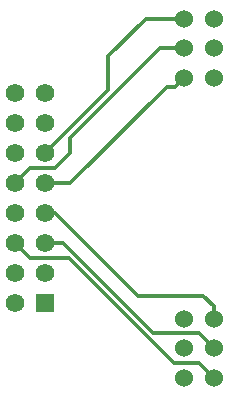
<source format=gbr>
G04 #@! TF.GenerationSoftware,KiCad,Pcbnew,(5.0.1)-3*
G04 #@! TF.CreationDate,2018-12-07T17:19:34-08:00*
G04 #@! TF.ProjectId,500-1088,3530302D313038382E6B696361645F70,rev?*
G04 #@! TF.SameCoordinates,Original*
G04 #@! TF.FileFunction,Copper,L2,Bot,Signal*
G04 #@! TF.FilePolarity,Positive*
%FSLAX46Y46*%
G04 Gerber Fmt 4.6, Leading zero omitted, Abs format (unit mm)*
G04 Created by KiCad (PCBNEW (5.0.1)-3) date 12/7/2018 5:19:34 PM*
%MOMM*%
%LPD*%
G01*
G04 APERTURE LIST*
G04 #@! TA.AperFunction,ComponentPad*
%ADD10C,1.524000*%
G04 #@! TD*
G04 #@! TA.AperFunction,ComponentPad*
%ADD11R,1.574800X1.574800*%
G04 #@! TD*
G04 #@! TA.AperFunction,ComponentPad*
%ADD12C,1.574800*%
G04 #@! TD*
G04 #@! TA.AperFunction,Conductor*
%ADD13C,0.304800*%
G04 #@! TD*
G04 APERTURE END LIST*
D10*
G04 #@! TO.P,R1,2*
G04 #@! TO.N,Net-(P1-Pad5)*
X114380000Y-116840000D03*
G04 #@! TO.P,R1,3*
G04 #@! TO.N,Net-(P1-Pad7)*
X114380000Y-114340000D03*
G04 #@! TO.P,R1,1*
G04 #@! TO.N,Net-(P1-Pad6)*
X114380000Y-119340000D03*
G04 #@! TO.P,R1,4*
G04 #@! TO.N,Net-(P1-Pad2)*
X111880000Y-119340000D03*
G04 #@! TO.P,R1,5*
G04 #@! TO.N,Net-(P1-Pad1)*
X111880000Y-116840000D03*
G04 #@! TO.P,R1,6*
G04 #@! TO.N,Net-(P1-Pad3)*
X111880000Y-114340000D03*
G04 #@! TD*
G04 #@! TO.P,R2,2*
G04 #@! TO.N,Net-(P1-Pad13)*
X114380000Y-91440000D03*
G04 #@! TO.P,R2,3*
G04 #@! TO.N,Net-(P1-Pad15)*
X114380000Y-88940000D03*
G04 #@! TO.P,R2,1*
G04 #@! TO.N,Net-(P1-Pad14)*
X114380000Y-93940000D03*
G04 #@! TO.P,R2,4*
G04 #@! TO.N,Net-(P1-Pad9)*
X111880000Y-93940000D03*
G04 #@! TO.P,R2,5*
G04 #@! TO.N,Net-(P1-Pad10)*
X111880000Y-91440000D03*
G04 #@! TO.P,R2,6*
G04 #@! TO.N,Net-(P1-Pad11)*
X111880000Y-88940000D03*
G04 #@! TD*
D11*
G04 #@! TO.P,P1,1*
G04 #@! TO.N,Net-(P1-Pad1)*
X100076000Y-113030000D03*
D12*
G04 #@! TO.P,P1,2*
G04 #@! TO.N,Net-(P1-Pad2)*
X97536000Y-113030000D03*
G04 #@! TO.P,P1,3*
G04 #@! TO.N,Net-(P1-Pad3)*
X100076000Y-110490000D03*
G04 #@! TO.P,P1,4*
G04 #@! TO.N,N/C*
X97536000Y-110490000D03*
G04 #@! TO.P,P1,5*
G04 #@! TO.N,Net-(P1-Pad5)*
X100076000Y-107950000D03*
G04 #@! TO.P,P1,6*
G04 #@! TO.N,Net-(P1-Pad6)*
X97536000Y-107950000D03*
G04 #@! TO.P,P1,7*
G04 #@! TO.N,Net-(P1-Pad7)*
X100076000Y-105410000D03*
G04 #@! TO.P,P1,8*
G04 #@! TO.N,N/C*
X97536000Y-105410000D03*
G04 #@! TO.P,P1,9*
G04 #@! TO.N,Net-(P1-Pad9)*
X100076000Y-102870000D03*
G04 #@! TO.P,P1,10*
G04 #@! TO.N,Net-(P1-Pad10)*
X97536000Y-102870000D03*
G04 #@! TO.P,P1,11*
G04 #@! TO.N,Net-(P1-Pad11)*
X100076000Y-100330000D03*
G04 #@! TO.P,P1,12*
G04 #@! TO.N,N/C*
X97536000Y-100330000D03*
G04 #@! TO.P,P1,13*
G04 #@! TO.N,Net-(P1-Pad13)*
X100076000Y-97790000D03*
G04 #@! TO.P,P1,14*
G04 #@! TO.N,Net-(P1-Pad14)*
X97536000Y-97790000D03*
G04 #@! TO.P,P1,15*
G04 #@! TO.N,Net-(P1-Pad15)*
X100076000Y-95250000D03*
G04 #@! TO.P,P1,16*
G04 #@! TO.N,N/C*
X97536000Y-95250000D03*
G04 #@! TD*
D13*
G04 #@! TO.N,Net-(P1-Pad5)*
X101600000Y-107950000D02*
X100076000Y-107950000D01*
X109220000Y-115570000D02*
X101600000Y-107950000D01*
X114380000Y-116840000D02*
X113110000Y-115570000D01*
X113110000Y-115570000D02*
X109220000Y-115570000D01*
G04 #@! TO.N,Net-(P1-Pad6)*
X98806000Y-109220000D02*
X98323399Y-108737399D01*
X98323399Y-108737399D02*
X97536000Y-107950000D01*
X102156090Y-109220000D02*
X98806000Y-109220000D01*
X113150000Y-118110000D02*
X111046090Y-118110000D01*
X111046090Y-118110000D02*
X102156090Y-109220000D01*
X114380000Y-119340000D02*
X113150000Y-118110000D01*
G04 #@! TO.N,Net-(P1-Pad7)*
X114380000Y-113262370D02*
X113512630Y-112395000D01*
X114380000Y-114340000D02*
X114380000Y-113262370D01*
X113512630Y-112395000D02*
X107950000Y-112395000D01*
X107950000Y-112395000D02*
X100965000Y-105410000D01*
X100965000Y-105410000D02*
X100076000Y-105410000D01*
G04 #@! TO.N,Net-(P1-Pad9)*
X111118001Y-94701999D02*
X110403001Y-94701999D01*
X111880000Y-93940000D02*
X111118001Y-94701999D01*
X102235000Y-102870000D02*
X100076000Y-102870000D01*
X110403001Y-94701999D02*
X102235000Y-102870000D01*
G04 #@! TO.N,Net-(P1-Pad10)*
X111880000Y-91440000D02*
X109855000Y-91440000D01*
X109855000Y-91440000D02*
X102235000Y-99060000D01*
X102235000Y-99060000D02*
X102235000Y-100330000D01*
X102235000Y-100330000D02*
X100965000Y-101600000D01*
X98806000Y-101600000D02*
X97536000Y-102870000D01*
X100965000Y-101600000D02*
X98806000Y-101600000D01*
G04 #@! TO.N,Net-(P1-Pad11)*
X111880000Y-88940000D02*
X108625000Y-88940000D01*
X108625000Y-88940000D02*
X105410000Y-92155000D01*
X105410000Y-94996000D02*
X100076000Y-100330000D01*
X105410000Y-92155000D02*
X105410000Y-94996000D01*
G04 #@! TD*
M02*

</source>
